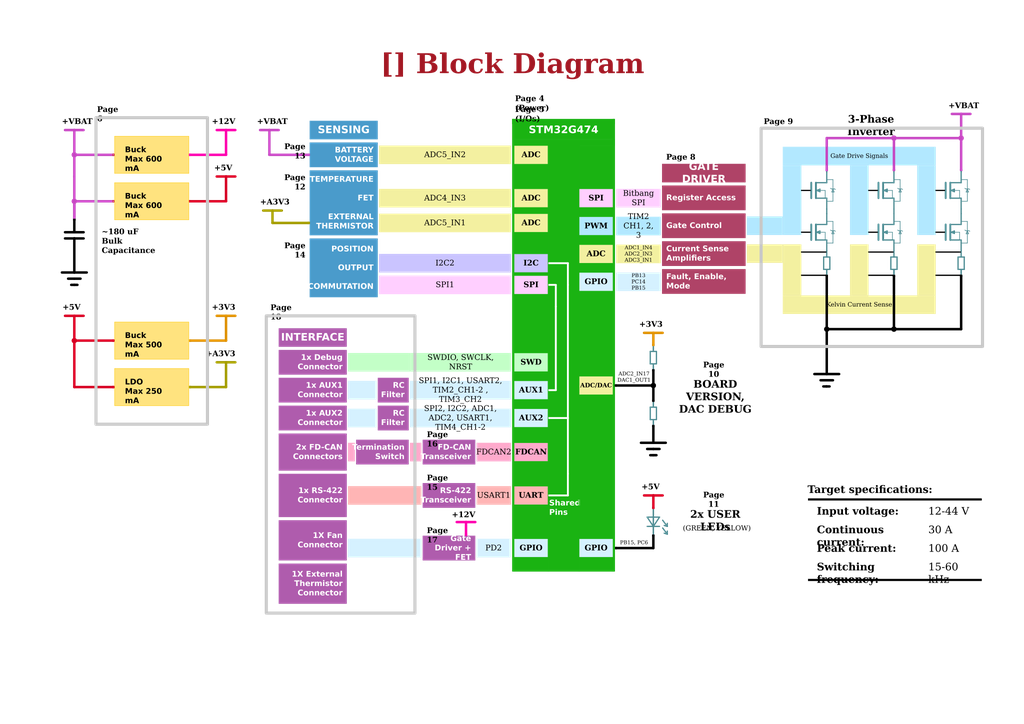
<source format=kicad_sch>
(kicad_sch (version 20230121) (generator eeschema)
  (paper "A3")
  (title_block (title "Block Diagram") (date "2023-12-31") (rev "${REVISION}") (company "${COMPANY}"))
  (lib_symbols)
  (polyline (pts (xy 363.855 77.597) (xy 362.585 78.105)) (stroke (width 0.508) (color 74 138 145 1)))
  (polyline (pts (xy 191.135 214.122) (xy 191.135 219.202)) (stroke (width 1.016) (color 255 0 171 1)))
  (polyline (pts (xy 365.379 110.49) (xy 367.919 110.49)) (stroke (width 0.508) (color 74 138 145 1)))
  (polyline (pts (xy 389.763 98.425) (xy 389.763 92.075)) (stroke (width 0.762) (color 74 138 145 1)))
  (polyline (pts (xy 338.455 95.25) (xy 338.455 98.425)) (stroke (width 0.254) (color 74 138 145 1)))
  (polyline (pts (xy 392.938 105.41) (xy 392.938 110.49)) (stroke (width 0.508) (color 74 138 145 1)))
  (polyline (pts (xy 267.97 224.79) (xy 267.97 219.71)) (stroke (width 1.016) (color 0 0 0 1)))
  (polyline (pts (xy 334.01 153.416) (xy 339.09 153.416)) (stroke (width 1.016) (color 0 0 0 1)))
  (polyline (pts (xy 273.685 219.075) (xy 273.685 217.805)) (stroke (width 0.508) (color 74 138 145 1)))
  (polyline (pts (xy 394.208 90.805) (xy 396.748 90.805)) (stroke (width 0.254) (color 74 138 145 1)))
  (polyline (pts (xy 266.7 149.225) (xy 269.24 149.225)) (stroke (width 0.508) (color 74 138 145 1)))
  (polyline (pts (xy 363.855 77.597) (xy 363.855 78.613)) (stroke (width 0.508) (color 74 138 145 1)))
  (polyline (pts (xy 395.478 105.41) (xy 395.478 110.49)) (stroke (width 0.508) (color 74 138 145 1)))
  (polyline (pts (xy 92.71 72.39) (xy 88.9 72.39)) (stroke (width 1.016) (color 212 0 32 1)))
  (polyline (pts (xy 267.97 164.338) (xy 267.97 158.115)) (stroke (width 1.016) (color 0 0 0 1)))
  (polyline (pts (xy 110.49 53.34) (xy 114.3 53.34)) (stroke (width 1.016) (color 198 71 194 1)))
  (polyline (pts (xy 340.995 94.615) (xy 342.265 94.615)) (stroke (width 0.254) (color 74 138 145 1)))
  (polyline (pts (xy 77.978 63.5) (xy 92.71 63.5)) (stroke (width 1.016) (color 255 0 171 1)))
  (polyline (pts (xy 340.614 77.216) (xy 340.995 77.47)) (stroke (width 0.254) (color 74 138 145 1)))
  (polyline (pts (xy 30.48 139.7) (xy 46.482 139.7)) (stroke (width 1.016) (color 212 0 32 1)))
  (polyline (pts (xy 366.649 98.425) (xy 362.204 98.425)) (stroke (width 0.508) (color 74 138 145 1)))
  (polyline (pts (xy 126.492 91.44) (xy 111.76 91.44)) (stroke (width 1.016) (color 162 155 0 1)))
  (polyline (pts (xy 30.48 111.76) (xy 35.56 111.76)) (stroke (width 1.016) (color 0 0 0 1)))
  (polyline (pts (xy 271.78 216.535) (xy 273.685 219.075)) (stroke (width 0.508) (color 74 138 145 1)))
  (polyline (pts (xy 336.296 94.742) (xy 335.026 95.25)) (stroke (width 0.508) (color 74 138 145 1)))
  (polyline (pts (xy 394.208 113.284) (xy 394.208 135.001)) (stroke (width 1.016) (color 0 0 0 1)))
  (polyline (pts (xy 126.492 63.5) (xy 110.49 63.5)) (stroke (width 1.016) (color 198 71 194 1)))
  (polyline (pts (xy 30.48 158.75) (xy 46.482 158.75)) (stroke (width 1.016) (color 212 0 32 1)))
  (polyline (pts (xy 339.09 155.956) (xy 336.55 155.956)) (stroke (width 1.016) (color 0 0 0 1)))
  (polyline (pts (xy 266.7 172.085) (xy 269.24 172.085)) (stroke (width 0.508) (color 74 138 145 1)))
  (polyline (pts (xy 397.256 78.74) (xy 396.748 77.47)) (stroke (width 0.254) (color 74 138 145 1)))
  (polyline (pts (xy 366.649 102.87) (xy 366.649 105.41)) (stroke (width 0.508) (color 74 138 145 1)))
  (polyline (pts (xy 341.63 155.956) (xy 339.09 155.956)) (stroke (width 1.016) (color 0 0 0 1)))
  (polyline (pts (xy 92.71 53.34) (xy 88.9 53.34)) (stroke (width 1.016) (color 255 0 171 1)))
  (polyline (pts (xy 396.113 77.47) (xy 397.383 77.47)) (stroke (width 0.254) (color 74 138 145 1)))
  (polyline (pts (xy 266.7 144.145) (xy 269.24 144.145)) (stroke (width 0.508) (color 74 138 145 1)))
  (polyline (pts (xy 30.48 97.79) (xy 26.67 97.79)) (stroke (width 1.016) (color 0 0 0 1)))
  (polyline (pts (xy 336.296 77.597) (xy 336.296 78.613)) (stroke (width 0.508) (color 74 138 145 1)))
  (polyline (pts (xy 366.014 95.25) (xy 366.014 98.425)) (stroke (width 0.254) (color 74 138 145 1)))
  (polyline (pts (xy 30.48 53.34) (xy 30.48 63.5)) (stroke (width 1.016) (color 198 71 194 1)))
  (polyline (pts (xy 106.68 53.34) (xy 110.49 53.34)) (stroke (width 1.016) (color 198 71 194 1)))
  (polyline (pts (xy 334.645 98.425) (xy 334.645 92.075)) (stroke (width 0.762) (color 74 138 145 1)))
  (polyline (pts (xy 267.97 184.15) (xy 265.43 184.15)) (stroke (width 1.016) (color 0 0 0 1)))
  (polyline (pts (xy 390.144 95.25) (xy 391.414 95.758)) (stroke (width 0.508) (color 74 138 145 1)))
  (polyline (pts (xy 366.649 87.63) (xy 366.649 92.075)) (stroke (width 0.508) (color 74 138 145 1)))
  (polyline (pts (xy 341.63 90.805) (xy 341.63 99.695)) (stroke (width 0.254) (color 74 138 145 1)))
  (polyline (pts (xy 252.73 224.79) (xy 267.97 224.79)) (stroke (width 1.016) (color 0 0 0 1)))
  (polyline (pts (xy 369.697 78.74) (xy 369.189 77.47)) (stroke (width 0.254) (color 74 138 145 1)))
  (polyline (pts (xy 396.748 73.66) (xy 396.748 82.55)) (stroke (width 0.254) (color 74 138 145 1)))
  (polyline (pts (xy 338.455 78.105) (xy 334.645 78.105)) (stroke (width 0.254) (color 74 138 145 1)))
  (polyline (pts (xy 92.71 148.59) (xy 92.71 158.75)) (stroke (width 1.016) (color 162 155 0 1)))
  (polyline (pts (xy 269.24 144.145) (xy 269.24 149.225)) (stroke (width 0.508) (color 74 138 145 1)))
  (polyline (pts (xy 366.649 56.642) (xy 394.208 56.642)) (stroke (width 1.016) (color 198 71 194 1)))
  (polyline (pts (xy 395.732 94.361) (xy 396.113 94.615)) (stroke (width 0.254) (color 74 138 145 1)))
  (polyline (pts (xy 340.233 158.496) (xy 338.963 158.496)) (stroke (width 1.016) (color 0 0 0 1)))
  (polyline (pts (xy 96.52 148.59) (xy 92.71 148.59)) (stroke (width 1.016) (color 162 155 0 1)))
  (polyline (pts (xy 266.7 167.005) (xy 266.7 172.085)) (stroke (width 0.508) (color 74 138 145 1)))
  (polyline (pts (xy 393.573 78.105) (xy 389.763 78.105)) (stroke (width 0.254) (color 74 138 145 1)))
  (polyline (pts (xy 339.09 73.66) (xy 341.63 73.66)) (stroke (width 0.254) (color 74 138 145 1)))
  (polyline (pts (xy 342.138 95.885) (xy 341.122 95.885)) (stroke (width 0.254) (color 74 138 145 1)))
  (polyline (pts (xy 270.51 184.15) (xy 267.97 184.15)) (stroke (width 1.016) (color 0 0 0 1)))
  (polyline (pts (xy 368.554 94.615) (xy 369.824 94.615)) (stroke (width 0.254) (color 74 138 145 1)))
  (polyline (pts (xy 365.379 105.41) (xy 367.919 105.41)) (stroke (width 0.508) (color 74 138 145 1)))
  (polyline (pts (xy 339.09 81.28) (xy 339.09 85.725)) (stroke (width 0.508) (color 74 138 145 1)))
  (polyline (pts (xy 92.71 72.39) (xy 92.71 82.55)) (stroke (width 1.016) (color 212 0 32 1)))
  (polyline (pts (xy 262.89 181.61) (xy 267.97 181.61)) (stroke (width 1.016) (color 0 0 0 1)))
  (polyline (pts (xy 267.97 136.525) (xy 264.16 136.525)) (stroke (width 1.016) (color 220 142 0 1)))
  (polyline (pts (xy 363.855 94.742) (xy 362.585 95.25)) (stroke (width 0.508) (color 74 138 145 1)))
  (polyline (pts (xy 369.189 94.615) (xy 368.681 95.885)) (stroke (width 0.254) (color 74 138 145 1)))
  (polyline (pts (xy 111.76 86.36) (xy 115.57 86.36)) (stroke (width 1.016) (color 162 155 0 1)))
  (polyline (pts (xy 266.7 167.005) (xy 269.24 167.005)) (stroke (width 0.508) (color 74 138 145 1)))
  (polyline (pts (xy 368.173 94.361) (xy 368.554 94.615)) (stroke (width 0.254) (color 74 138 145 1)))
  (polyline (pts (xy 394.208 102.87) (xy 394.208 105.41)) (stroke (width 0.508) (color 74 138 145 1)))
  (polyline (pts (xy 397.256 95.885) (xy 396.24 95.885)) (stroke (width 0.254) (color 74 138 145 1)))
  (polyline (pts (xy 365.379 105.41) (xy 365.379 110.49)) (stroke (width 0.508) (color 74 138 145 1)))
  (polyline (pts (xy 396.113 94.615) (xy 397.383 94.615)) (stroke (width 0.254) (color 74 138 145 1)))
  (polyline (pts (xy 366.649 113.284) (xy 366.649 134.874)) (stroke (width 1.016) (color 0 0 0 1)))
  (polyline (pts (xy 31.75 116.84) (xy 30.48 116.84)) (stroke (width 1.016) (color 0 0 0 1)))
  (polyline (pts (xy 393.573 95.25) (xy 389.763 95.25)) (stroke (width 0.254) (color 74 138 145 1)))
  (polyline (pts (xy 336.296 77.597) (xy 335.026 78.105)) (stroke (width 0.508) (color 74 138 145 1)))
  (polyline (pts (xy 366.649 81.28) (xy 366.649 85.725)) (stroke (width 0.508) (color 74 138 145 1)))
  (polyline (pts (xy 265.43 215.9) (xy 270.51 215.9)) (stroke (width 0.508) (color 74 138 145 1)))
  (polyline (pts (xy 366.649 81.28) (xy 362.204 81.28)) (stroke (width 0.508) (color 74 138 145 1)))
  (polyline (pts (xy 370.205 77.724) (xy 369.824 77.47)) (stroke (width 0.254) (color 74 138 145 1)))
  (polyline (pts (xy 267.97 203.2) (xy 264.16 203.2)) (stroke (width 1.016) (color 212 0 32 1)))
  (polyline (pts (xy 366.649 82.55) (xy 369.189 82.55)) (stroke (width 0.254) (color 74 138 145 1)))
  (polyline (pts (xy 396.748 90.805) (xy 396.748 99.695)) (stroke (width 0.254) (color 74 138 145 1)))
  (polyline (pts (xy 339.09 102.87) (xy 339.09 105.41)) (stroke (width 0.508) (color 74 138 145 1)))
  (polyline (pts (xy 267.97 180.975) (xy 267.97 174.752)) (stroke (width 1.016) (color 0 0 0 1)))
  (polyline (pts (xy 273.685 219.075) (xy 272.415 218.694)) (stroke (width 0.508) (color 74 138 145 1)))
  (polyline (pts (xy 396.748 77.47) (xy 396.24 78.74)) (stroke (width 0.254) (color 74 138 145 1)))
  (polyline (pts (xy 30.48 72.39) (xy 30.48 82.55)) (stroke (width 1.016) (color 198 71 194 1)))
  (polyline (pts (xy 342.138 95.885) (xy 341.63 94.615)) (stroke (width 0.254) (color 74 138 145 1)))
  (polyline (pts (xy 96.52 53.34) (xy 92.71 53.34)) (stroke (width 1.016) (color 255 0 171 1)))
  (polyline (pts (xy 392.938 110.49) (xy 395.478 110.49)) (stroke (width 0.508) (color 74 138 145 1)))
  (polyline (pts (xy 25.4 111.76) (xy 30.48 111.76)) (stroke (width 1.016) (color 0 0 0 1)))
  (polyline (pts (xy 34.29 129.54) (xy 30.48 129.54)) (stroke (width 1.016) (color 212 0 32 1)))
  (polyline (pts (xy 271.78 136.525) (xy 267.97 136.525)) (stroke (width 1.016) (color 220 142 0 1)))
  (polyline (pts (xy 30.48 63.5) (xy 30.48 72.39)) (stroke (width 1.016) (color 198 71 194 1)))
  (polyline (pts (xy 334.645 81.28) (xy 334.645 74.93)) (stroke (width 0.762) (color 74 138 145 1)))
  (polyline (pts (xy 92.71 129.54) (xy 88.9 129.54)) (stroke (width 1.016) (color 220 142 0 1)))
  (polyline (pts (xy 194.945 214.122) (xy 191.135 214.122)) (stroke (width 1.016) (color 255 0 171 1)))
  (polyline (pts (xy 46.482 82.55) (xy 30.48 82.55)) (stroke (width 1.016) (color 198 71 194 1)))
  (polyline (pts (xy 389.763 81.28) (xy 389.763 74.93)) (stroke (width 0.762) (color 74 138 145 1)))
  (polyline (pts (xy 366.014 78.105) (xy 366.014 81.28)) (stroke (width 0.254) (color 74 138 145 1)))
  (polyline (pts (xy 366.649 90.805) (xy 369.189 90.805)) (stroke (width 0.254) (color 74 138 145 1)))
  (polyline (pts (xy 397.764 94.869) (xy 397.383 94.615)) (stroke (width 0.254) (color 74 138 145 1)))
  (polyline (pts (xy 394.208 98.425) (xy 389.763 98.425)) (stroke (width 0.508) (color 74 138 145 1)))
  (polyline (pts (xy 267.97 141.478) (xy 267.97 136.525)) (stroke (width 1.016) (color 220 142 0 1)))
  (polyline (pts (xy 394.208 82.55) (xy 396.748 82.55)) (stroke (width 0.254) (color 74 138 145 1)))
  (polyline (pts (xy 395.732 77.216) (xy 396.113 77.47)) (stroke (width 0.254) (color 74 138 145 1)))
  (polyline (pts (xy 394.208 98.425) (xy 394.208 102.87)) (stroke (width 0.508) (color 74 138 145 1)))
  (polyline (pts (xy 340.36 105.41) (xy 340.36 110.49)) (stroke (width 0.508) (color 74 138 145 1)))
  (polyline (pts (xy 339.09 98.425) (xy 339.09 102.87)) (stroke (width 0.508) (color 74 138 145 1)))
  (polyline (pts (xy 391.414 94.742) (xy 391.414 95.758)) (stroke (width 0.508) (color 74 138 145 1)))
  (polyline (pts (xy 232.918 194.31) (xy 232.918 203.2)) (stroke (width 0.762) (color 255 255 255 1)))
  (polyline (pts (xy 394.208 99.695) (xy 396.748 99.695)) (stroke (width 0.254) (color 74 138 145 1)))
  (polyline (pts (xy 332.74 81.28) (xy 332.74 74.93)) (stroke (width 0.762) (color 74 138 145 1)))
  (polyline (pts (xy 368.173 77.216) (xy 368.554 77.47)) (stroke (width 0.254) (color 74 138 145 1)))
  (polyline (pts (xy 232.918 171.45) (xy 232.918 116.84)) (stroke (width 0.762) (color 255 255 255 1)))
  (polyline (pts (xy 341.63 77.47) (xy 341.122 78.74)) (stroke (width 0.254) (color 74 138 145 1)))
  (polyline (pts (xy 269.24 186.69) (xy 267.97 186.69)) (stroke (width 1.016) (color 0 0 0 1)))
  (polyline (pts (xy 337.82 110.49) (xy 340.36 110.49)) (stroke (width 0.508) (color 74 138 145 1)))
  (polyline (pts (xy 338.455 95.25) (xy 334.645 95.25)) (stroke (width 0.254) (color 74 138 145 1)))
  (polyline (pts (xy 397.256 78.74) (xy 396.24 78.74)) (stroke (width 0.254) (color 74 138 145 1)))
  (polyline (pts (xy 342.646 94.869) (xy 342.265 94.615)) (stroke (width 0.254) (color 74 138 145 1)))
  (polyline (pts (xy 92.71 148.59) (xy 88.9 148.59)) (stroke (width 1.016) (color 162 155 0 1)))
  (polyline (pts (xy 339.09 85.725) (xy 339.09 87.63)) (stroke (width 0.508) (color 74 138 145 1)))
  (polyline (pts (xy 342.646 77.724) (xy 342.265 77.47)) (stroke (width 0.254) (color 74 138 145 1)))
  (polyline (pts (xy 362.585 78.105) (xy 363.855 78.613)) (stroke (width 0.508) (color 74 138 145 1)))
  (polyline (pts (xy 387.858 98.425) (xy 387.858 92.075)) (stroke (width 0.762) (color 74 138 145 1)))
  (polyline (pts (xy 46.482 63.5) (xy 30.48 63.5)) (stroke (width 1.016) (color 198 71 194 1)))
  (polyline (pts (xy 342.138 78.74) (xy 341.122 78.74)) (stroke (width 0.254) (color 74 138 145 1)))
  (polyline (pts (xy 339.09 153.416) (xy 344.17 153.416)) (stroke (width 1.016) (color 0 0 0 1)))
  (polyline (pts (xy 96.52 129.54) (xy 92.71 129.54)) (stroke (width 1.016) (color 220 142 0 1)))
  (polyline (pts (xy 394.208 92.075) (xy 389.763 92.075)) (stroke (width 0.508) (color 74 138 145 1)))
  (polyline (pts (xy 396.748 94.615) (xy 396.24 95.885)) (stroke (width 0.254) (color 74 138 145 1)))
  (polyline (pts (xy 394.208 85.725) (xy 394.208 87.63)) (stroke (width 0.508) (color 74 138 145 1)))
  (polyline (pts (xy 391.414 94.742) (xy 390.144 95.25)) (stroke (width 0.508) (color 74 138 145 1)))
  (polyline (pts (xy 397.764 77.724) (xy 397.383 77.47)) (stroke (width 0.254) (color 74 138 145 1)))
  (polyline (pts (xy 92.71 129.54) (xy 92.71 139.7)) (stroke (width 1.016) (color 220 142 0 1)))
  (polyline (pts (xy 232.918 194.31) (xy 232.918 171.45)) (stroke (width 0.762) (color 255 255 255 1)))
  (polyline (pts (xy 26.67 53.34) (xy 30.48 53.34)) (stroke (width 1.016) (color 198 71 194 1)))
  (polyline (pts (xy 394.208 57.023) (xy 394.208 69.723)) (stroke (width 1.016) (color 198 71 194 1)))
  (polyline (pts (xy 339.09 56.642) (xy 339.09 69.723)) (stroke (width 1.016) (color 198 71 194 1)))
  (polyline (pts (xy 252.73 158.115) (xy 267.97 158.115)) (stroke (width 1.016) (color 0 0 0 1)))
  (polyline (pts (xy 369.697 95.885) (xy 369.189 94.615)) (stroke (width 0.254) (color 74 138 145 1)))
  (polyline (pts (xy 225.044 160.02) (xy 227.965 160.02)) (stroke (width 0.762) (color 255 255 255 1)))
  (polyline (pts (xy 225.044 107.95) (xy 232.918 107.95)) (stroke (width 0.762) (color 255 255 255 1)))
  (polyline (pts (xy 340.614 94.361) (xy 340.995 94.615)) (stroke (width 0.254) (color 74 138 145 1)))
  (polyline (pts (xy 267.97 215.9) (xy 270.51 212.09)) (stroke (width 0.508) (color 74 138 145 1)))
  (polyline (pts (xy 339.09 99.695) (xy 341.63 99.695)) (stroke (width 0.254) (color 74 138 145 1)))
  (polyline (pts (xy 339.09 113.284) (xy 339.09 135.001)) (stroke (width 1.016) (color 0 0 0 1)))
  (polyline (pts (xy 394.208 46.736) (xy 398.018 46.736)) (stroke (width 1.016) (color 198 71 194 1)))
  (polyline (pts (xy 225.044 116.84) (xy 227.965 116.84)) (stroke (width 0.762) (color 255 255 255 1)))
  (polyline (pts (xy 339.09 74.93) (xy 334.645 74.93)) (stroke (width 0.508) (color 74 138 145 1)))
  (polyline (pts (xy 30.48 53.34) (xy 34.29 53.34)) (stroke (width 1.016) (color 198 71 194 1)))
  (polyline (pts (xy 30.48 97.79) (xy 30.48 111.76)) (stroke (width 1.016) (color 0 0 0 1)))
  (polyline (pts (xy 338.455 78.105) (xy 338.455 81.28)) (stroke (width 0.254) (color 74 138 145 1)))
  (polyline (pts (xy 30.48 95.25) (xy 26.67 95.25)) (stroke (width 1.016) (color 0 0 0 1)))
  (polyline (pts (xy 332.74 98.425) (xy 332.74 92.075)) (stroke (width 0.762) (color 74 138 145 1)))
  (polyline (pts (xy 30.48 139.7) (xy 30.48 158.75)) (stroke (width 1.016) (color 212 0 32 1)))
  (polyline (pts (xy 338.963 158.496) (xy 337.693 158.496)) (stroke (width 1.016) (color 0 0 0 1)))
  (polyline (pts (xy 368.554 77.47) (xy 369.824 77.47)) (stroke (width 0.254) (color 74 138 145 1)))
  (polyline (pts (xy 363.855 94.742) (xy 363.855 95.758)) (stroke (width 0.508) (color 74 138 145 1)))
  (polyline (pts (xy 394.208 73.66) (xy 396.748 73.66)) (stroke (width 0.254) (color 74 138 145 1)))
  (polyline (pts (xy 362.585 95.25) (xy 363.855 95.758)) (stroke (width 0.508) (color 74 138 145 1)))
  (polyline (pts (xy 265.43 212.09) (xy 270.51 212.09)) (stroke (width 0.508) (color 74 138 145 1)))
  (polyline (pts (xy 110.49 53.34) (xy 110.49 63.5)) (stroke (width 1.016) (color 198 71 194 1)))
  (polyline (pts (xy 391.414 77.597) (xy 391.414 78.613)) (stroke (width 0.508) (color 74 138 145 1)))
  (polyline (pts (xy 30.48 116.84) (xy 29.21 116.84)) (stroke (width 1.016) (color 0 0 0 1)))
  (polyline (pts (xy 394.208 81.28) (xy 389.763 81.28)) (stroke (width 0.508) (color 74 138 145 1)))
  (polyline (pts (xy 34.29 95.25) (xy 30.48 95.25)) (stroke (width 1.016) (color 0 0 0 1)))
  (polyline (pts (xy 92.71 53.34) (xy 92.71 63.5)) (stroke (width 1.016) (color 255 0 171 1)))
  (polyline (pts (xy 387.858 81.28) (xy 387.858 74.93)) (stroke (width 0.762) (color 74 138 145 1)))
  (polyline (pts (xy 339.09 70.485) (xy 339.09 74.93)) (stroke (width 0.508) (color 74 138 145 1)))
  (polyline (pts (xy 342.138 78.74) (xy 341.63 77.47)) (stroke (width 0.254) (color 74 138 145 1)))
  (polyline (pts (xy 34.29 97.79) (xy 30.48 97.79)) (stroke (width 1.016) (color 0 0 0 1)))
  (polyline (pts (xy 96.52 72.39) (xy 92.71 72.39)) (stroke (width 1.016) (color 212 0 32 1)))
  (polyline (pts (xy 339.09 135.001) (xy 394.208 135.001)) (stroke (width 1.016) (color 0 0 0 1)))
  (polyline (pts (xy 366.649 56.642) (xy 366.649 69.723)) (stroke (width 1.016) (color 198 71 194 1)))
  (polyline (pts (xy 30.48 129.54) (xy 30.48 139.7)) (stroke (width 1.016) (color 212 0 32 1)))
  (polyline (pts (xy 394.208 70.485) (xy 394.208 74.93)) (stroke (width 0.508) (color 74 138 145 1)))
  (polyline (pts (xy 366.649 92.075) (xy 362.204 92.075)) (stroke (width 0.508) (color 74 138 145 1)))
  (polyline (pts (xy 191.135 214.122) (xy 187.325 214.122)) (stroke (width 1.016) (color 255 0 171 1)))
  (polyline (pts (xy 391.414 77.597) (xy 390.144 78.105)) (stroke (width 0.508) (color 74 138 145 1)))
  (polyline (pts (xy 367.919 105.41) (xy 367.919 110.49)) (stroke (width 0.508) (color 74 138 145 1)))
  (polyline (pts (xy 366.014 95.25) (xy 362.204 95.25)) (stroke (width 0.254) (color 74 138 145 1)))
  (polyline (pts (xy 273.685 215.9) (xy 272.415 215.519)) (stroke (width 0.508) (color 74 138 145 1)))
  (polyline (pts (xy 339.09 56.642) (xy 366.649 56.642)) (stroke (width 1.016) (color 198 71 194 1)))
  (polyline (pts (xy 370.205 94.869) (xy 369.824 94.615)) (stroke (width 0.254) (color 74 138 145 1)))
  (polyline (pts (xy 77.978 158.75) (xy 92.71 158.75)) (stroke (width 1.016) (color 162 155 0 1)))
  (polyline (pts (xy 227.965 160.02) (xy 227.965 125.73)) (stroke (width 0.762) (color 255 255 255 1)))
  (polyline (pts (xy 339.09 82.55) (xy 341.63 82.55)) (stroke (width 0.254) (color 74 138 145 1)))
  (polyline (pts (xy 362.204 98.425) (xy 362.204 92.075)) (stroke (width 0.762) (color 74 138 145 1)))
  (polyline (pts (xy 273.685 215.9) (xy 273.685 214.63)) (stroke (width 0.508) (color 74 138 145 1)))
  (polyline (pts (xy 78.105 139.7) (xy 92.71 139.7)) (stroke (width 1.016) (color 220 142 0 1)))
  (polyline (pts (xy 369.189 73.66) (xy 369.189 82.55)) (stroke (width 0.254) (color 74 138 145 1)))
  (polyline (pts (xy 266.7 144.145) (xy 266.7 149.225)) (stroke (width 0.508) (color 74 138 145 1)))
  (polyline (pts (xy 267.97 181.61) (xy 273.05 181.61)) (stroke (width 1.016) (color 0 0 0 1)))
  (polyline (pts (xy 360.299 81.28) (xy 360.299 74.93)) (stroke (width 0.762) (color 74 138 145 1)))
  (polyline (pts (xy 362.204 81.28) (xy 362.204 74.93)) (stroke (width 0.762) (color 74 138 145 1)))
  (polyline (pts (xy 366.649 73.66) (xy 369.189 73.66)) (stroke (width 0.254) (color 74 138 145 1)))
  (polyline (pts (xy 360.299 98.425) (xy 360.299 92.075)) (stroke (width 0.762) (color 74 138 145 1)))
  (polyline (pts (xy 30.48 129.54) (xy 26.67 129.54)) (stroke (width 1.016) (color 212 0 32 1)))
  (polyline (pts (xy 267.97 203.2) (xy 267.97 208.28)) (stroke (width 1.016) (color 212 0 32 1)))
  (polyline (pts (xy 339.09 81.28) (xy 334.645 81.28)) (stroke (width 0.508) (color 74 138 145 1)))
  (polyline (pts (xy 30.48 90.17) (xy 30.48 95.25)) (stroke (width 1.016) (color 0 0 0 1)))
  (polyline (pts (xy 339.09 90.805) (xy 341.63 90.805)) (stroke (width 0.254) (color 74 138 145 1)))
  (polyline (pts (xy 390.144 78.105) (xy 391.414 78.613)) (stroke (width 0.508) (color 74 138 145 1)))
  (polyline (pts (xy 111.76 86.36) (xy 111.76 91.44)) (stroke (width 1.016) (color 162 155 0 1)))
  (polyline (pts (xy 267.97 186.69) (xy 266.7 186.69)) (stroke (width 1.016) (color 0 0 0 1)))
  (polyline (pts (xy 271.78 213.36) (xy 273.685 215.9)) (stroke (width 0.508) (color 74 138 145 1)))
  (polyline (pts (xy 369.697 95.885) (xy 368.681 95.885)) (stroke (width 0.254) (color 74 138 145 1)))
  (polyline (pts (xy 366.649 98.425) (xy 366.649 102.87)) (stroke (width 0.508) (color 74 138 145 1)))
  (polyline (pts (xy 227.965 116.84) (xy 227.965 125.73)) (stroke (width 0.762) (color 255 255 255 1)))
  (polyline (pts (xy 225.044 171.45) (xy 232.918 171.45)) (stroke (width 0.762) (color 255 255 255 1)))
  (polyline (pts (xy 369.189 90.805) (xy 369.189 99.695)) (stroke (width 0.254) (color 74 138 145 1)))
  (polyline (pts (xy 335.026 95.25) (xy 336.296 95.758)) (stroke (width 0.508) (color 74 138 145 1)))
  (polyline (pts (xy 393.573 78.105) (xy 393.573 81.28)) (stroke (width 0.254) (color 74 138 145 1)))
  (polyline (pts (xy 339.09 152.781) (xy 339.09 133.985)) (stroke (width 1.016) (color 0 0 0 1)))
  (polyline (pts (xy 267.97 158.115) (xy 267.97 151.892)) (stroke (width 1.016) (color 0 0 0 1)))
  (polyline (pts (xy 366.014 78.105) (xy 362.204 78.105)) (stroke (width 0.254) (color 74 138 145 1)))
  (polyline (pts (xy 394.208 46.736) (xy 394.208 56.896)) (stroke (width 1.016) (color 198 71 194 1)))
  (polyline (pts (xy 366.649 74.93) (xy 362.204 74.93)) (stroke (width 0.508) (color 74 138 145 1)))
  (polyline (pts (xy 335.026 78.105) (xy 336.296 78.613)) (stroke (width 0.508) (color 74 138 145 1)))
  (polyline (pts (xy 366.649 99.695) (xy 369.189 99.695)) (stroke (width 0.254) (color 74 138 145 1)))
  (polyline (pts (xy 33.02 114.3) (xy 30.48 114.3)) (stroke (width 1.016) (color 0 0 0 1)))
  (polyline (pts (xy 397.256 95.885) (xy 396.748 94.615)) (stroke (width 0.254) (color 74 138 145 1)))
  (polyline (pts (xy 77.978 82.55) (xy 92.71 82.55)) (stroke (width 1.016) (color 212 0 32 1)))
  (polyline (pts (xy 336.296 94.742) (xy 336.296 95.758)) (stroke (width 0.508) (color 74 138 145 1)))
  (polyline (pts (xy 337.82 105.41) (xy 337.82 110.49)) (stroke (width 0.508) (color 74 138 145 1)))
  (polyline (pts (xy 339.09 98.425) (xy 334.645 98.425)) (stroke (width 0.508) (color 74 138 145 1)))
  (polyline (pts (xy 225.044 203.2) (xy 232.918 203.2)) (stroke (width 0.762) (color 255 255 255 1)))
  (polyline (pts (xy 30.48 114.3) (xy 27.94 114.3)) (stroke (width 1.016) (color 0 0 0 1)))
  (polyline (pts (xy 339.09 87.63) (xy 339.09 92.075)) (stroke (width 0.508) (color 74 138 145 1)))
  (polyline (pts (xy 340.995 77.47) (xy 342.265 77.47)) (stroke (width 0.254) (color 74 138 145 1)))
  (polyline (pts (xy 369.189 77.47) (xy 368.681 78.74)) (stroke (width 0.254) (color 74 138 145 1)))
  (polyline (pts (xy 232.918 107.95) (xy 232.918 116.84)) (stroke (width 0.762) (color 255 255 255 1)))
  (polyline (pts (xy 269.24 167.005) (xy 269.24 172.085)) (stroke (width 0.508) (color 74 138 145 1)))
  (polyline (pts (xy 366.649 70.485) (xy 366.649 74.93)) (stroke (width 0.508) (color 74 138 145 1)))
  (polyline (pts (xy 390.398 46.736) (xy 394.208 46.736)) (stroke (width 1.016) (color 198 71 194 1)))
  (polyline (pts (xy 394.208 87.63) (xy 394.208 92.075)) (stroke (width 0.508) (color 74 138 145 1)))
  (polyline (pts (xy 366.649 85.725) (xy 366.649 87.63)) (stroke (width 0.508) (color 74 138 145 1)))
  (polyline (pts (xy 341.63 73.66) (xy 341.63 82.55)) (stroke (width 0.254) (color 74 138 145 1)))
  (polyline (pts (xy 394.208 81.28) (xy 394.208 85.725)) (stroke (width 0.508) (color 74 138 145 1)))
  (polyline (pts (xy 339.09 92.075) (xy 334.645 92.075)) (stroke (width 0.508) (color 74 138 145 1)))
  (polyline (pts (xy 392.938 105.41) (xy 395.478 105.41)) (stroke (width 0.508) (color 74 138 145 1)))
  (polyline (pts (xy 337.82 105.41) (xy 340.36 105.41)) (stroke (width 0.508) (color 74 138 145 1)))
  (polyline (pts (xy 107.95 86.36) (xy 111.76 86.36)) (stroke (width 1.016) (color 162 155 0 1)))
  (polyline (pts (xy 369.697 78.74) (xy 368.681 78.74)) (stroke (width 0.254) (color 74 138 145 1)))
  (polyline (pts (xy 267.97 215.9) (xy 265.43 212.09)) (stroke (width 0.508) (color 74 138 145 1)))
  (polyline (pts (xy 271.78 203.2) (xy 267.97 203.2)) (stroke (width 1.016) (color 212 0 32 1)))
  (polyline (pts (xy 394.208 74.93) (xy 389.763 74.93)) (stroke (width 0.508) (color 74 138 145 1)))
  (polyline (pts (xy 341.63 94.615) (xy 341.122 95.885)) (stroke (width 0.254) (color 74 138 145 1)))
  (polyline (pts (xy 393.573 95.25) (xy 393.573 98.425)) (stroke (width 0.254) (color 74 138 145 1)))
  (rectangle (start 77.597 82.169) (end 78.232 82.931) (stroke (width 0.25) (color 212 0 32 1)) (fill (type color) (color 212 0 32 1)))
  (rectangle (start 210.82 120.65) (end 224.79 144.78) (stroke (width 0) (color 26 179 18 1)) (fill (type color) (color 26 179 18 1)))
  (rectangle (start 328.676 112.776) (end 338.836 113.03) (stroke (width 0.25) (color 0 0 0 1)) (fill (type color) (color 0 0 0 1)))
  (rectangle (start 356.235 77.978) (end 359.918 78.232) (stroke (width 0.25) (color 0 0 0 1)) (fill (type color) (color 0 0 0 1)))
  (circle (center 366.649 135.001) (radius 1.016) (stroke (width 0) (color 0 0 0 1)) (fill (type color) (color 0 0 0 1)))
  (rectangle (start 393.827 69.469) (end 394.589 70.104) (stroke (width 0.25) (color 198 71 194 1)) (fill (type color) (color 198 71 194 1)))
  (rectangle (start 366.268 69.469) (end 367.03 70.104) (stroke (width 0.25) (color 198 71 194 1)) (fill (type color) (color 198 71 194 1)))
  (rectangle (start 46.228 82.169) (end 46.863 82.931) (stroke (width 0.25) (color 200 50 50 1)) (fill (type color) (color 200 50 50 1)))
  (rectangle (start 328.676 95.123) (end 332.359 95.377) (stroke (width 0.25) (color 0 0 0 1)) (fill (type color) (color 0 0 0 1)))
  (rectangle (start 237.49 96.52) (end 251.46 100.33) (stroke (width 0) (color 26 179 18 1)) (fill (type color) (color 26 179 18 1)))
  (rectangle (start 267.589 208.026) (end 268.351 208.661) (stroke (width 0.25) (color 212 0 32 1)) (fill (type color) (color 212 0 32 1)))
  (rectangle (start 338.709 112.776) (end 339.471 113.411) (stroke (width 0.25) (color 0 0 0 1)) (fill (type color) (color 0 0 0 1)))
  (rectangle (start 267.589 174.371) (end 268.351 175.006) (stroke (width 0.25) (color 0 0 0 1)) (fill (type color) (color 0 0 0 1)))
  (circle (center 366.649 56.642) (radius 1.016) (stroke (width 0) (color 198 71 194 1)) (fill (type color) (color 198 71 194 1)))
  (rectangle (start 267.589 141.224) (end 268.351 141.859) (stroke (width 0.25) (color 220 142 0 1)) (fill (type color) (color 220 142 0 1)))
  (rectangle (start 46.99 55.88) (end 77.47 71.12) (stroke (width 0) (color 255 200 0 0.5019607843)) (fill (type color) (color 255 200 0 0.5019607843)))
  (rectangle (start 46.228 139.319) (end 46.863 140.081) (stroke (width 0.25) (color 212 0 32 1)) (fill (type color) (color 212 0 32 1)))
  (rectangle (start 46.228 63.119) (end 46.863 63.881) (stroke (width 0.25) (color 200 50 50 1)) (fill (type color) (color 200 50 50 1)))
  (rectangle (start 46.228 158.369) (end 46.863 159.131) (stroke (width 0.25) (color 212 0 32 1)) (fill (type color) (color 212 0 32 1)))
  (rectangle (start 210.82 95.25) (end 224.79 104.14) (stroke (width 0) (color 26 179 18 1)) (fill (type color) (color 26 179 18 1)))
  (rectangle (start 237.49 119.38) (end 251.46 154.305) (stroke (width 0) (color 26 179 18 1)) (fill (type color) (color 26 179 18 1)))
  (rectangle (start 210.82 111.76) (end 224.79 113.03) (stroke (width 0) (color 26 179 18 1)) (fill (type color) (color 26 179 18 1)))
  (rectangle (start 393.827 112.776) (end 394.589 113.411) (stroke (width 0.25) (color 0 0 0 1)) (fill (type color) (color 0 0 0 1)))
  (rectangle (start 237.49 161.925) (end 251.46 220.98) (stroke (width 0) (color 26 179 18 1)) (fill (type color) (color 26 179 18 1)))
  (rectangle (start 267.716 208.788) (end 268.224 219.202) (stroke (width 0.001) (color 74 138 145 1)) (fill (type color) (color 74 138 145 1)))
  (circle (center 30.48 139.7) (radius 1.016) (stroke (width 0) (color 212 0 32 1)) (fill (type color) (color 212 0 32 1)))
  (rectangle (start 267.589 219.329) (end 268.351 219.964) (stroke (width 0.25) (color 0 0 0 1)) (fill (type color) (color 0 0 0 1)))
  (rectangle (start 338.836 110.744) (end 339.344 112.649) (stroke (width 0.001) (color 74 138 145 1)) (fill (type color) (color 74 138 145 1)))
  (rectangle (start 383.794 103.251) (end 393.954 103.505) (stroke (width 0.25) (color 0 0 0 1)) (fill (type color) (color 0 0 0 1)))
  (rectangle (start 210.185 48.895) (end 252.095 50.8) (stroke (width 0.254) (color 26 179 18 1)) (fill (type color) (color 26 179 18 1)))
  (rectangle (start 46.99 151.13) (end 77.47 166.37) (stroke (width 0) (color 255 200 0 0.5019607843)) (fill (type color) (color 255 200 0 0.5019607843)))
  (circle (center 30.48 82.55) (radius 1.016) (stroke (width 0) (color 198 71 194 1)) (fill (type color) (color 198 71 194 1)))
  (circle (center 267.97 158.115) (radius 1.016) (stroke (width 0) (color 0 0 0 1)) (fill (type color) (color 0 0 0 1)))
  (rectangle (start 393.954 110.744) (end 394.462 112.649) (stroke (width 0.001) (color 74 138 145 1)) (fill (type color) (color 74 138 145 1)))
  (rectangle (start 383.794 95.123) (end 387.477 95.377) (stroke (width 0.25) (color 0 0 0 1)) (fill (type color) (color 0 0 0 1)))
  (rectangle (start 267.716 141.986) (end 268.224 143.891) (stroke (width 0.001) (color 74 138 145 1)) (fill (type color) (color 74 138 145 1)))
  (rectangle (start 126.365 63.119) (end 127 63.881) (stroke (width 0.25) (color 198 71 194 1)) (fill (type color) (color 198 71 194 1)))
  (rectangle (start 356.235 112.776) (end 366.395 113.03) (stroke (width 0.25) (color 0 0 0 1)) (fill (type color) (color 0 0 0 1)))
  (rectangle (start 210.82 152.4) (end 224.79 156.21) (stroke (width 0) (color 26 179 18 1)) (fill (type color) (color 26 179 18 1)))
  (rectangle (start 366.268 112.776) (end 367.03 113.411) (stroke (width 0.25) (color 0 0 0 1)) (fill (type color) (color 0 0 0 1)))
  (rectangle (start 210.82 85.09) (end 224.79 87.63) (stroke (width 0) (color 26 179 18 1)) (fill (type color) (color 26 179 18 1)))
  (rectangle (start 312.166 52.578) (end 402.971 142.113) (stroke (width 1.27) (color 200 200 200 1)))
  (rectangle (start 251.46 48.895) (end 252.095 234.315) (stroke (width 0.254) (color 26 179 18 1)) (fill (type color) (color 26 179 18 1)))
  (rectangle (start 46.99 132.08) (end 77.47 147.32) (stroke (width 0) (color 255 200 0 0.5019607843)) (fill (type color) (color 255 200 0 0.5019607843)))
  (rectangle (start 331.47 237.49) (end 402.59 238.252) (stroke (width 0) (color 0 0 0 1)) (fill (type color) (color 0 0 0 1)))
  (rectangle (start 383.794 77.978) (end 387.477 78.232) (stroke (width 0.25) (color 0 0 0 1)) (fill (type color) (color 0 0 0 1)))
  (rectangle (start 356.235 103.251) (end 366.395 103.505) (stroke (width 0.25) (color 0 0 0 1)) (fill (type color) (color 0 0 0 1)))
  (rectangle (start 210.82 207.01) (end 224.79 220.98) (stroke (width 0) (color 26 179 18 1)) (fill (type color) (color 26 179 18 1)))
  (rectangle (start 46.99 74.93) (end 77.47 90.17) (stroke (width 0) (color 255 200 0 0.5019607843)) (fill (type color) (color 255 200 0 0.5019607843)))
  (rectangle (start 210.82 57.15) (end 252.095 59.69) (stroke (width 0) (color 26 179 18 1)) (fill (type color) (color 26 179 18 1)))
  (rectangle (start 328.676 103.251) (end 338.836 103.505) (stroke (width 0.25) (color 0 0 0 1)) (fill (type color) (color 0 0 0 1)))
  (rectangle (start 394.081 70.231) (end 394.335 70.612) (stroke (width 0.25) (color 74 138 145 1)) (fill (type color) (color 74 138 145 1)))
  (rectangle (start 190.754 219.075) (end 191.516 219.71) (stroke (width 0.25) (color 255 0 171 1)) (fill (type color) (color 255 0 171 1)))
  (rectangle (start 39.37 48.26) (end 85.09 173.99) (stroke (width 1.27) (color 200 200 200 1)))
  (rectangle (start 224.79 59.055) (end 237.49 234.315) (stroke (width 0.254) (color 26 179 18 1)) (fill (type color) (color 26 179 18 1)))
  (rectangle (start 29.972 89.662) (end 30.988 90.424) (stroke (width 0.001) (color 0 0 0 1)) (fill (type color) (color 0 0 0 1)))
  (circle (center 394.208 56.642) (radius 1.016) (stroke (width 0) (color 198 71 194 1)) (fill (type color) (color 198 71 194 1)))
  (rectangle (start 383.794 112.776) (end 393.954 113.03) (stroke (width 0.25) (color 0 0 0 1)) (fill (type color) (color 0 0 0 1)))
  (rectangle (start 237.49 107.95) (end 251.46 111.76) (stroke (width 0) (color 26 179 18 1)) (fill (type color) (color 26 179 18 1)))
  (rectangle (start 237.49 85.09) (end 251.46 88.9) (stroke (width 0) (color 26 179 18 1)) (fill (type color) (color 26 179 18 1)))
  (rectangle (start 29.972 82.423) (end 30.988 89.662) (stroke (width 0.001) (color 198 71 194 1)) (fill (type color) (color 198 71 194 1)))
  (rectangle (start 366.395 110.744) (end 366.903 112.649) (stroke (width 0.001) (color 74 138 145 1)) (fill (type color) (color 74 138 145 1)))
  (rectangle (start 267.716 164.846) (end 268.224 166.751) (stroke (width 0.001) (color 74 138 145 1)) (fill (type color) (color 74 138 145 1)))
  (rectangle (start 77.597 158.369) (end 78.232 159.131) (stroke (width 0.25) (color 162 155 0 1)) (fill (type color) (color 162 155 0 1)))
  (rectangle (start 210.82 189.23) (end 224.79 199.39) (stroke (width 0) (color 26 179 18 1)) (fill (type color) (color 26 179 18 1)))
  (rectangle (start 109.22 129.54) (end 170.18 251.46) (stroke (width 1.27) (color 200 200 200 1)))
  (rectangle (start 252.222 224.409) (end 252.857 225.171) (stroke (width 0.25) (color 0 0 0 1)) (fill (type color) (color 0 0 0 1)))
  (rectangle (start 237.49 59.69) (end 251.46 77.47) (stroke (width 0) (color 26 179 18 1)) (fill (type color) (color 26 179 18 1)))
  (rectangle (start 77.597 139.319) (end 78.232 140.081) (stroke (width 0.25) (color 220 142 0 1)) (fill (type color) (color 220 142 0 1)))
  (rectangle (start 267.589 151.511) (end 268.351 152.146) (stroke (width 0.25) (color 0 0 0 1)) (fill (type color) (color 0 0 0 1)))
  (rectangle (start 267.716 149.479) (end 268.224 151.384) (stroke (width 0.001) (color 74 138 145 1)) (fill (type color) (color 74 138 145 1)))
  (rectangle (start 210.82 163.83) (end 224.79 167.64) (stroke (width 0) (color 26 179 18 1)) (fill (type color) (color 26 179 18 1)))
  (rectangle (start 331.47 204.47) (end 402.59 205.232) (stroke (width 0) (color 0 0 0 1)) (fill (type color) (color 0 0 0 1)))
  (rectangle (start 210.185 48.895) (end 210.82 234.315) (stroke (width 0.254) (color 26 179 18 1)) (fill (type color) (color 26 179 18 1)))
  (rectangle (start 356.235 95.123) (end 359.918 95.377) (stroke (width 0.25) (color 0 0 0 1)) (fill (type color) (color 0 0 0 1)))
  (rectangle (start 210.82 228.6) (end 224.79 234.315) (stroke (width 0.254) (color 26 179 18 1)) (fill (type color) (color 26 179 18 1)))
  (rectangle (start 328.676 77.978) (end 332.359 78.232) (stroke (width 0.25) (color 0 0 0 1)) (fill (type color) (color 0 0 0 1)))
  (circle (center 339.09 135.001) (radius 1.016) (stroke (width 0) (color 0 0 0 1)) (fill (type color) (color 0 0 0 1)))
  (rectangle (start 267.716 172.339) (end 268.224 174.244) (stroke (width 0.001) (color 74 138 145 1)) (fill (type color) (color 74 138 145 1)))
  (rectangle (start 77.597 63.119) (end 78.232 63.881) (stroke (width 0.25) (color 255 0 171 1)) (fill (type color) (color 255 0 171 1)))
  (rectangle (start 338.963 70.231) (end 339.217 70.612) (stroke (width 0.25) (color 74 138 145 1)) (fill (type color) (color 74 138 145 1)))
  (rectangle (start 252.222 157.734) (end 252.857 158.496) (stroke (width 0.25) (color 0 0 0 1)) (fill (type color) (color 0 0 0 1)))
  (rectangle (start 210.82 175.26) (end 224.79 181.61) (stroke (width 0) (color 26 179 18 1)) (fill (type color) (color 26 179 18 1)))
  (rectangle (start 338.709 69.469) (end 339.471 70.104) (stroke (width 0.25) (color 198 71 194 1)) (fill (type color) (color 198 71 194 1)))
  (rectangle (start 267.589 164.084) (end 268.351 164.719) (stroke (width 0.25) (color 0 0 0 1)) (fill (type color) (color 0 0 0 1)))
  (rectangle (start 366.522 70.231) (end 366.776 70.612) (stroke (width 0.25) (color 74 138 145 1)) (fill (type color) (color 74 138 145 1)))
  (rectangle (start 126.365 91.059) (end 127 91.821) (stroke (width 0.25) (color 162 155 0 1)) (fill (type color) (color 162 155 0 1)))
  (rectangle (start 210.82 67.31) (end 224.79 77.47) (stroke (width 0) (color 26 179 18 1)) (fill (type color) (color 26 179 18 1)))
  (circle (center 30.48 63.5) (radius 1.016) (stroke (width 0) (color 198 71 194 1)) (fill (type color) (color 198 71 194 1)))
  (rectangle (start 237.49 228.6) (end 251.46 234.315) (stroke (width 0.254) (color 26 179 18 1)) (fill (type color) (color 26 179 18 1)))
  (text_box "INTERFACE" (at 114.3 134.62 0) (size 27.94 7.62) (stroke (width -0.0001)) (fill (type color) (color 175 92 173 1)) (effects (font (size 3.048 3.048) bold)))
  (text_box "Peak current:" (at 332.74 220.98 0) (size 41.91 7.62) (stroke (width -0.0001)) (effects (font (size 3.048 3.048) (thickness 0.4572) bold) (justify left top)))
  (text_box "ADC" (at 210.82 77.47 0) (size 13.97 7.62) (stroke (width -0.0001)) (fill (type color) (color 243 240 160 1)) (effects (font (size 2.286 2.286) bold)))
  (text_box "" (at 142.748 156.21 0) (size 11.684 7.62) (stroke (width -0.0001)) (fill (type color) (color 213 241 255 1)) (effects (font (size 2.286 2.286) bold)))
  (text_box "" (at 306.324 100.203 0) (size 14.732 7.62) (stroke (width -0.0001)) (fill (type color) (color 243 240 160 1)) (effects (font (size 2.286 2.286) bold)))
  (text_box "~180 uF Bulk Capacitance" (at 40.005 92.075 0) (size 25.4 10.16) (stroke (width -0.0001)) (effects (font (size 2.286 2.286) (thickness 0.254) bold) (justify left top)))
  (text_box "AUX1" (at 210.82 156.21 0) (size 13.97 7.62) (stroke (width -0.0001)) (fill (type color) (color 213 241 255 1)) (effects (font (size 2.286 2.286) bold)))
  (text_box "Continuous current:" (at 332.74 213.36 0) (size 43.18 7.62) (stroke (width -0.0001)) (effects (font (size 3.048 3.048) (thickness 0.4572) bold) (justify left top)))
  (text_box "ADC4_IN3" (at 155.448 77.47 0) (size 54.102 7.62) (stroke (width -0.0001)) (fill (type color) (color 243 240 160 1)) (effects (font (size 2.286 2.286) italic)))
  (text_box "STM32G474" (at 210.82 49.53 0) (size 40.64 7.62) (stroke (width -0.0001)) (fill (type color) (color 26 179 18 1)) (effects (font (size 3.048 3.048) bold)))
  (text_box "" (at 376.174 67.818 90) (size 7.62 28.575) (stroke (width -0.0001)) (fill (type color) (color 178 232 255 1)) (effects (font (size 2.286 2.286) bold)))
  (text_box "SPI1" (at 155.448 113.03 0) (size 54.102 7.62) (stroke (width -0.0001)) (fill (type color) (color 255 207 255 1)) (effects (font (size 2.286 2.286) italic)))
  (text_box "BOARD VERSION, DAC DEBUG" (at 275.59 153.67 0) (size 35.56 17.78) (stroke (width -0.0001)) (effects (font (size 3.048 3.048) (thickness 0.4572) bold) (justify top)))
  (text_box "Page 15" (at 173.355 193.04 0) (size 17.78 5.08) (stroke (width -0.0001)) (effects (font (size 2.286 2.286) (thickness 0.4572) bold) (justify left top)))
  (text_box "1x RS-422 Connector" (at 114.3 194.31 0) (size 27.94 17.78) (stroke (width -0.0001)) (fill (type color) (color 175 92 173 1)) (effects (font (size 2.286 2.286) bold) (justify right)))
  (text_box "Gate Driver + FET" (at 173.355 219.71 0) (size 21.59 10.16) (stroke (width -0.0001)) (fill (type color) (color 175 92 173 1)) (effects (font (size 2.286 2.286) bold) (justify right)))
  (text_box "ADC" (at 210.82 87.63 0) (size 13.97 7.62) (stroke (width -0.0001)) (fill (type color) (color 243 240 160 1)) (effects (font (size 2.286 2.286) bold)))
  (text_box "" (at 348.615 100.203 90) (size 7.62 20.955) (stroke (width -0.0001)) (fill (type color) (color 243 240 160 1)) (effects (font (size 2.286 2.286) bold)))
  (text_box "ADC" (at 210.82 59.69 0) (size 13.97 7.62) (stroke (width -0.0001)) (fill (type color) (color 243 240 160 1)) (effects (font (size 2.286 2.286) bold)))
  (text_box "LDO\nMax 250 mA" (at 49.53 153.67 0) (size 25.4 10.16) (stroke (width -0.0001)) (effects (font (size 2.286 2.286) (thickness 0.254) bold) (justify left top)))
  (text_box "RC Filter" (at 154.94 166.37 0) (size 12.7 10.16) (stroke (width -0.0001)) (fill (type color) (color 175 92 173 1)) (effects (font (size 2.286 2.286) bold) (justify right)))
  (text_box "Page 8" (at 271.526 61.468 0) (size 17.78 5.08) (stroke (width -0.0001)) (effects (font (size 2.286 2.286) (thickness 0.4572) bold) (justify left top)))
  (text_box "Bitbang SPI" (at 252.73 77.47 0) (size 18.288 7.62) (stroke (width -0.0001)) (fill (type color) (color 255 207 255 1)) (effects (font (size 2.286 2.286) italic)))
  (text_box "Page 9" (at 311.531 46.863 0) (size 17.78 5.08) (stroke (width -0.0001)) (effects (font (size 2.286 2.286) (thickness 0.4572) bold) (justify left top)))
  (text_box "Input voltage:" (at 332.74 205.74 0) (size 41.91 7.62) (stroke (width -0.0001)) (effects (font (size 3.048 3.048) (thickness 0.4572) bold) (justify left top)))
  (text_box "ADC5_IN2" (at 155.448 59.69 0) (size 54.102 7.62) (stroke (width -0.0001)) (fill (type color) (color 243 240 160 1)) (effects (font (size 2.286 2.286) italic)))
  (text_box "15-60 kHz" (at 378.46 228.6 0) (size 24.13 7.62) (stroke (width -0.0001)) (effects (font (size 3.048 3.048)) (justify left top)))
  (text_box "Page 11" (at 283.845 200.025 0) (size 17.78 5.08) (stroke (width -0.0001)) (effects (font (size 2.286 2.286) (thickness 0.4572) bold) (justify top)))
  (text_box "30 A" (at 378.46 213.36 0) (size 24.13 7.62) (stroke (width -0.0001)) (effects (font (size 3.048 3.048)) (justify left top)))
  (text_box "" (at 142.748 181.61 0) (size 2.794 7.62) (stroke (width -0.0001)) (fill (type color) (color 255 170 204 1)) (effects (font (size 2.286 2.286) bold)))
  (text_box "POSITION\n\nOUTPUT\n\nCOMMUTATION" (at 127 97.79 0) (size 27.94 24.13) (stroke (width -0.0001)) (fill (type color) (color 74 155 203 1)) (effects (font (size 2.286 2.286) bold) (justify right)))
  (text_box "Shared Pins" (at 223.52 204.47 0) (size 13.97 7.62) (stroke (width -0.0001)) (effects (font (size 2.286 2.286) bold) (justify left)))
  (text_box "ADC1_IN4 ADC2_IN3 ADC3_IN1" (at 252.73 100.33 0) (size 18.288 7.62) (stroke (width -0.0001)) (fill (type color) (color 243 240 160 1)) (effects (font (size 1.524 1.524) italic)))
  (text_box "I2C2" (at 155.448 104.14 0) (size 54.102 7.62) (stroke (width -0.0001)) (fill (type color) (color 202 196 255 1)) (effects (font (size 2.286 2.286) italic)))
  (text_box "GATE DRIVER" (at 271.526 67.183 0) (size 34.29 7.62) (stroke (width -0.0001)) (fill (type color) (color 175 67 103 1)) (effects (font (size 3.048 3.048) bold)))
  (text_box "3-Phase Inverter" (at 339.471 44.958 0) (size 35.56 7.62) (stroke (width -0.0001)) (effects (font (size 3.048 3.048) (thickness 0.4572) bold) (justify top)))
  (text_box "" (at 376.174 100.203 90) (size 7.62 20.955) (stroke (width -0.0001)) (fill (type color) (color 243 240 160 1)) (effects (font (size 2.286 2.286) bold)))
  (text_box "RC Filter" (at 154.94 154.94 0) (size 12.7 10.16) (stroke (width -0.0001)) (fill (type color) (color 175 92 173 1)) (effects (font (size 2.286 2.286) bold) (justify right)))
  (text_box "" (at 142.748 167.64 0) (size 11.684 7.62) (stroke (width -0.0001)) (fill (type color) (color 213 241 255 1)) (effects (font (size 2.286 2.286) bold)))
  (text_box "BATTERY VOLTAGE" (at 127 58.42 0) (size 27.94 10.16) (stroke (width -0.0001)) (fill (type color) (color 74 155 203 1)) (effects (font (size 2.286 2.286) bold) (justify right)))
  (text_box "Termination Switch" (at 146.05 180.34 0) (size 21.59 10.16) (stroke (width -0.0001)) (fill (type color) (color 175 92 173 1)) (effects (font (size 2.286 2.286) bold) (justify right)))
  (text_box "Buck\nMax 600 mA" (at 49.53 77.47 0) (size 25.4 10.16) (stroke (width -0.0001)) (effects (font (size 2.286 2.286) (thickness 0.254) bold) (justify left top)))
  (text_box "1x AUX1 Connector" (at 114.3 154.94 0) (size 27.94 10.16) (stroke (width -0.0001)) (fill (type color) (color 175 92 173 1)) (effects (font (size 2.286 2.286) bold) (justify right)))
  (text_box "UART" (at 210.82 199.39 0) (size 13.97 7.62) (stroke (width -0.0001)) (fill (type color) (color 255 181 181 1)) (effects (font (size 2.286 2.286) bold)))
  (text_box "Current Sense Amplifiers" (at 271.526 98.933 0) (size 34.29 10.16) (stroke (width -0.0001)) (fill (type color) (color 175 67 103 1)) (effects (font (size 2.286 2.286) bold) (justify left)))
  (text_box "SWDIO, SWCLK, NRST" (at 168.275 144.78 0) (size 41.275 7.62) (stroke (width -0.0001)) (fill (type color) (color 195 255 199 1)) (effects (font (size 2.286 2.286) italic)))
  (text_box "RS-422 Transceiver" (at 173.355 198.12 0) (size 21.59 10.16) (stroke (width -0.0001)) (fill (type color) (color 175 92 173 1)) (effects (font (size 2.286 2.286) bold) (justify right)))
  (text_box "Page 10" (at 283.845 146.685 0) (size 17.78 5.08) (stroke (width -0.0001)) (effects (font (size 2.286 2.286) (thickness 0.4572) bold) (justify top)))
  (text_box "Gate Drive Signals" (at 321.056 60.198 0) (size 62.738 7.62) (stroke (width -0.0001)) (fill (type color) (color 178 232 255 1)) (effects (font (size 1.778 1.778) italic)))
  (text_box "GPIO" (at 237.49 220.98 0) (size 13.97 7.62) (stroke (width -0.0001)) (fill (type color) (color 213 241 255 1)) (effects (font (size 2.286 2.286) bold)))
  (text_box "Register Access" (at 271.526 76.073 0) (size 34.29 10.16) (stroke (width -0.0001)) (fill (type color) (color 175 67 103 1)) (effects (font (size 2.286 2.286) bold) (justify left)))
  (text_box "[${#}] ${TITLE}" (at 144.78 20.32 0) (size 130.81 12.7) (stroke (width -0.0001)) (effects (font (size 8 8) (thickness 1.2) bold)))
  (text_box "GPIO" (at 210.82 220.98 0) (size 13.97 7.62) (stroke (width -0.0001)) (fill (type color) (color 213 241 255 1)) (effects (font (size 2.286 2.286) bold)))
  (text_box "Page 6" (at 38.1 41.91 0) (size 13.97 5.08) (stroke (width -0.0001)) (effects (font (size 2.286 2.286) (thickness 0.4572) bold) (justify left top)))
  (text_box "Page 14" (at 109.22 97.79 0) (size 17.78 5.08) (stroke (width -0.0001)) (effects (font (size 2.286 2.286) (thickness 0.4572) bold) (justify right top)))
  (text_box "" (at 348.615 67.818 90) (size 7.62 28.575) (stroke (width -0.0001)) (fill (type color) (color 178 232 255 1)) (effects (font (size 2.286 2.286) bold)))
  (text_box "Target specifications:" (at 328.93 196.85 0) (size 73.66 7.62) (stroke (width -0.0001)) (effects (font (size 3.048 3.048) (thickness 0.4572) bold) (justify left top)))
  (text_box "100 A" (at 378.46 220.98 0) (size 24.13 7.62) (stroke (width -0.0001)) (effects (font (size 3.048 3.048)) (justify left top)))
  (text_box "I2C" (at 210.82 104.14 0) (size 13.97 7.62) (stroke (width -0.0001)) (fill (type color) (color 202 196 255 1)) (effects (font (size 2.286 2.286) bold)))
  (text_box "FDCAN2" (at 195.453 181.61 0) (size 14.097 7.62) (stroke (width -0.0001)) (fill (type color) (color 255 170 204 1)) (effects (font (size 2.286 2.286) italic)))
  (text_box "1X Fan Connector" (at 114.3 213.36 0) (size 27.94 16.51) (stroke (width -0.0001)) (fill (type color) (color 175 92 173 1)) (effects (font (size 2.286 2.286) bold) (justify right)))
  (text_box "" (at 142.748 144.78 0) (size 25.527 7.62) (stroke (width -0.0001)) (fill (type color) (color 195 255 199 1)) (effects (font (size 2.286 2.286) italic)))
  (text_box "" (at 142.748 220.98 0) (size 30.099 7.62) (stroke (width -0.0001)) (fill (type color) (color 213 241 255 1)) (effects (font (size 2.286 2.286) bold)))
  (text_box "Page 13" (at 109.22 57.15 0) (size 17.78 5.08) (stroke (width -0.0001)) (effects (font (size 2.286 2.286) (thickness 0.4572) bold) (justify right top)))
  (text_box "2x FD-CAN Connectors" (at 114.3 177.8 0) (size 27.94 15.24) (stroke (width -0.0001)) (fill (type color) (color 175 92 173 1)) (effects (font (size 2.286 2.286) bold) (justify right)))
  (text_box "USART1" (at 195.453 199.39 0) (size 14.097 7.62) (stroke (width -0.0001)) (fill (type color) (color 255 181 181 1)) (effects (font (size 2.286 2.286) italic)))
  (text_box "2x USER LEDs" (at 275.59 207.01 0) (size 35.56 7.62) (stroke (width -0.0001)) (effects (font (size 3.048 3.048) (thickness 0.4572) bold) (justify top)))
  (text_box "SENSING" (at 127 49.53 0) (size 27.94 7.62) (stroke (width -0.0001)) (fill (type color) (color 74 155 203 1)) (effects (font (size 3.048 3.048) bold)))
  (text_box "(GREEN, YELLOW)" (at 276.225 213.995 0) (size 35.56 7.62) (stroke (width -0.0001)) (effects (font (size 2.032 2.032)) (justify top)))
  (text_box "Buck\nMax 500 mA" (at 49.53 134.62 0) (size 25.4 10.795) (stroke (width -0.0001)) (effects (font (size 2.286 2.286) (thickness 0.254) bold) (justify left top)))
  (text_box "12-44 V" (at 378.46 205.74 0) (size 24.13 7.62) (stroke (width -0.0001)) (effects (font (size 3.048 3.048)) (justify left top)))
  (text_box "SPI" (at 210.82 113.03 0) (size 13.97 7.62) (stroke (width -0.0001)) (fill (type color) (color 255 207 255 1)) (effects (font (size 2.286 2.286) bold)))
  (text_box "ADC2_IN17 DAC1_OUT1" (at 252.095 151.765 0) (size 15.875 5.715) (stroke (width -0.0001)) (effects (font (size 1.524 1.524) italic)))
  (text_box "GPIO" (at 237.49 111.76 0) (size 13.97 7.62) (stroke (width -0.0001)) (fill (type color) (color 213 241 255 1)) (effects (font (size 2.286 2.286) bold)))
  (text_box "Page 18" (at 109.22 123.19 0) (size 17.78 5.08) (stroke (width -0.0001)) (effects (font (size 2.286 2.286) (thickness 0.4572) bold) (justify left top)))
  (text_box "Page 4 (Power)" (at 209.55 37.465 0) (size 24.765 5.08) (stroke (width -0.0001)) (effects (font (size 2.286 2.286) (thickness 0.4572) bold) (justify left top)))
  (text_box "ADC" (at 237.49 100.33 0) (size 13.97 7.62) (stroke (width -0.0001)) (fill (type color) (color 243 240 160 1)) (effects (font (size 2.286 2.286) bold)))
  (text_box "SWD" (at 210.82 144.78 0) (size 13.97 7.62) (stroke (width -0.0001)) (fill (type color) (color 195 255 199 1)) (effects (font (size 2.286 2.286) bold)))
  (text_box "" (at 168.148 181.61 0) (size 4.699 7.62) (stroke (width -0.0001)) (fill (type color) (color 255 170 204 1)) (effects (font (size 2.286 2.286) bold)))
  (text_box "Kelvin Current Sense" (at 321.056 121.158 0) (size 62.738 7.62) (stroke (width -0.0001)) (fill (type color) (color 243 240 160 1)) (effects (font (size 1.778 1.778) italic)))
  (text_box "SPI1, I2C1, USART2, TIM2_CH1-2 , TIM3_CH2" (at 168.148 156.21 0) (size 41.402 7.62) (stroke (width -0.0001)) (fill (type color) (color 213 241 255 1)) (effects (font (size 2.286 2.286) italic)))
  (text_box "" (at 321.056 100.203 90) (size 7.62 20.955) (stroke (width -0.0001)) (fill (type color) (color 243 240 160 1)) (effects (font (size 2.286 2.286) bold)))
  (text_box "PWM" (at 237.49 88.9 0) (size 13.97 7.62) (stroke (width -0.0001)) (fill (type color) (color 178 232 255 1)) (effects (font (size 2.286 2.286) bold)))
  (text_box "ADC5_IN1" (at 155.448 87.63 0) (size 54.102 7.62) (stroke (width -0.0001)) (fill (type color) (color 243 240 160 1)) (effects (font (size 2.286 2.286) italic)))
  (text_box "TIM2\nCH1, 2, 3" (at 252.73 88.9 0) (size 18.288 7.62) (stroke (width -0.0001)) (fill (type color) (color 178 232 255 1)) (effects (font (size 2.286 2.286) italic)))
  (text_box "Fault, Enable, Mode" (at 271.526 110.363 0) (size 34.29 10.16) (stroke (width -0.0001)) (fill (type color) (color 175 67 103 1)) (effects (font (size 2.286 2.286) bold) (justify left)))
  (text_box "PB13\nPC14\nPB15" (at 252.73 111.76 0) (size 18.288 7.62) (stroke (width -0.0001)) (fill (type color) (color 213 241 255 1)) (effects (font (size 1.524 1.524) italic)))
  (text_box "" (at 142.748 199.39 0) (size 30.099 7.62) (stroke (width -0.0001)) (fill (type color) (color 255 181 181 1)) (effects (font (size 2.286 2.286) bold)))
  (text_box "1x AUX2 Connector" (at 114.3 166.37 0) (size 27.94 10.16) (stroke (width -0.0001)) (fill (type color) (color 175 92 173 1)) (effects (font (size 2.286 2.286) bold) (justify right)))
  (text_box "Page 16" (at 173.355 175.26 0) (size 17.78 5.08) (stroke (width -0.0001)) (effects (font (size 2.286 2.286) (thickness 0.4572) bold) (justify left top)))
  (text_box "FD-CAN Transceiver" (at 173.355 180.34 0) (size 21.59 10.16) (stroke (width -0.0001)) (fill (type color) (color 175 92 173 1)) (effects (font (size 2.286 2.286) bold) (justify right)))
  (text_box "1x Debug Connector" (at 114.3 143.51 0) (size 27.94 10.16) (stroke (width -0.0001)) (fill (type color) (color 175 92 173 1)) (effects (font (size 2.286 2.286) bold) (justify right)))
  (text_box "SPI" (at 237.49 77.47 0) (size 13.97 7.62) (stroke (width -0.0001)) (fill (type color) (color 255 207 255 1)) (effects (font (size 2.286 2.286) bold)))
  (text_box "ADC/DAC" (at 237.49 154.305 0) (size 13.97 7.62) (stroke (width -0.0001)) (fill (type color) (color 243 240 160 1)) (effects (font (size 1.778 1.778) bold)))
  (text_box "Page 5 (I/Os)" (at 209.55 41.91 0) (size 24.765 5.08) (stroke (width -0.0001)) (effects (font (size 2.286 2.286) (thickness 0.4572) bold) (justify left top)))
  (text_box "" (at 321.056 67.818 90) (size 7.62 28.575) (stroke (width -0.0001)) (fill (type color) (color 178 232 255 1)) (effects (font (size 2.286 2.286) bold)))
  (text_box "FDCAN" (at 210.82 181.61 0) (size 13.97 7.62) (stroke (width -0.0001)) (fill (type color) (color 255 170 204 1)) (effects (font (size 2.286 2.286) bold)))
  (text_box "Page 12" (at 109.22 69.85 0) (size 17.78 5.08) (stroke (width -0.0001)) (effects (font (size 2.286 2.286) (thickness 0.4572) bold) (justify right top)))
  (text_box "TEMPERATURE\n\nFET\n\nEXTERNAL THERMISTOR" (at 127 69.85 0) (size 27.94 26.67) (stroke (width -0.0001)) (fill (type color) (color 74 155 203 1)) (effects (font (size 2.286 2.286) bold) (justify right)))
  (text_box "SPI2, I2C2, ADC1, ADC2, USART1, TIM4_CH1-2" (at 168.148 167.64 0) (size 41.402 7.62) (stroke (width -0.0001)) (fill (type color) (color 213 241 255 1)) (effects (font (size 2.286 2.286) italic)))
  (text_box "Page 17" (at 173.355 214.63 0) (size 17.78 5.08) (stroke (width -0.0001)) (effects (font (size 2.286 2.286) (thickness 0.4572) bold) (justify left top)))
  (text_box "" (at 306.324 88.773 0) (size 14.732 7.62) (stroke (width -0.0001)) (fill (type color) (color 178 232 255 1)) (effects (font (size 2.286 2.286) bold)))
  (text_box "Switching frequency:" (at 332.74 228.6 0) (size 44.45 7.62) (stroke (width -0.0001)) (effects (font (size 3.048 3.048) (thickness 0.4572) bold) (justify left top)))
  (text_box "PB15, PC6" (at 252.095 220.98 0) (size 15.875 3.175) (stroke (width -0.0001)) (effects (font (size 1.524 1.524) italic)))
  (text_box "Buck\nMax 600 mA" (at 49.53 58.42 0) (size 25.4 10.16) (stroke (width -0.0001)) (effects (font (size 2.286 2.286) (thickness 0.254) bold) (justify left top)))
  (text_box "AUX2" (at 210.82 167.64 0) (size 13.97 7.62) (stroke (width -0.0001)) (fill (type color) (color 213 241 255 1)) (effects (font (size 2.286 2.286) bold)))
  (text_box "Gate Control" (at 271.526 87.503 0) (size 34.29 10.16) (stroke (width -0.0001)) (fill (type color) (color 175 67 103 1)) (effects (font (size 2.286 2.286) bold) (justify left)))
  (text_box "1X External Thermistor Connector" (at 114.3 231.14 0) (size 27.94 16.51) (stroke (width -0.0001)) (fill (type color) (color 175 92 173 1)) (effects (font (size 2.286 2.286) bold) (justify right)))
  (text_box "PD2" (at 195.453 220.98 0) (size 13.97 7.62) (stroke (width -0.0001)) (fill (type color) (color 213 241 255 1)) (effects (font (size 2.286 2.286) italic)))
  (text "+5V" (at 33.02 128.27 0) (effects (font (size 2.286 2.286) (thickness 0.4572) bold) (justify right bottom)))
  (text "+12V" (at 96.52 52.07 0) (effects (font (size 2.286 2.286) (thickness 0.4572) bold) (justify right bottom)))
  (text "+5V" (at 270.51 201.93 0) (effects (font (size 2.286 2.286) (thickness 0.4572) bold) (justify right bottom)))
  (text "+3V3" (at 271.78 135.255 0) (effects (font (size 2.286 2.286) (thickness 0.4572) bold) (justify right bottom)))
  (text "+5V" (at 95.25 71.12 0) (effects (font (size 2.286 2.286) (thickness 0.4572) bold) (justify right bottom)))
  (text "+VBAT" (at 105.41 52.07 0) (effects (font (size 2.286 2.286) (thickness 0.4572) bold) (justify left bottom)))
  (text "+A3V3" (at 106.68 85.09 0) (effects (font (size 2.286 2.286) (thickness 0.4572) bold) (justify left bottom)))
  (text "+VBAT" (at 25.4 52.07 0) (effects (font (size 2.286 2.286) (thickness 0.4572) bold) (justify left bottom)))
  (text "+12V" (at 194.945 213.36 0) (effects (font (size 2.286 2.286) (thickness 0.4572) bold) (justify right bottom)))
  (text "+VBAT" (at 389.001 45.593 0) (effects (font (size 2.286 2.286) (thickness 0.4572) bold) (justify left bottom)))
  (text "+A3V3" (at 96.52 147.32 0) (effects (font (size 2.286 2.286) (thickness 0.4572) bold) (justify right bottom)))
  (text "+3V3" (at 96.52 128.27 0) (effects (font (size 2.286 2.286) (thickness 0.4572) bold) (justify right bottom)))
)
</source>
